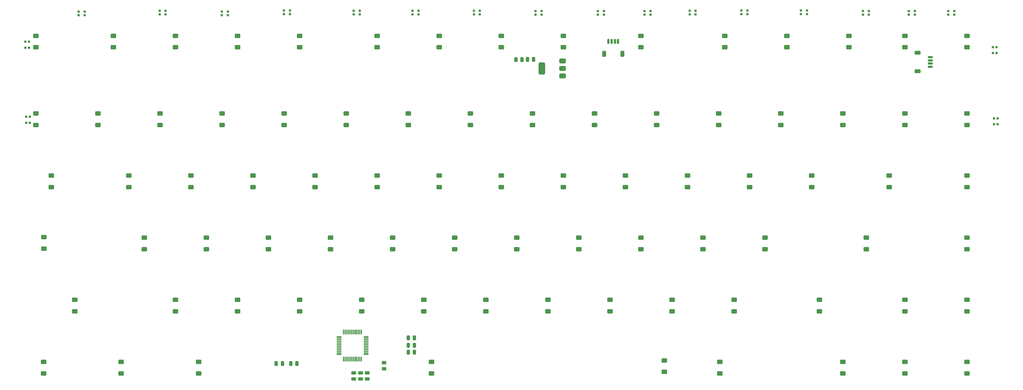
<source format=gbr>
%TF.GenerationSoftware,KiCad,Pcbnew,8.99.0-2641-g1a24c99a2a*%
%TF.CreationDate,2024-10-13T14:16:57+07:00*%
%TF.ProjectId,75\u0025,3735252e-6b69-4636-9164-5f7063625858,rev?*%
%TF.SameCoordinates,Original*%
%TF.FileFunction,Paste,Bot*%
%TF.FilePolarity,Positive*%
%FSLAX46Y46*%
G04 Gerber Fmt 4.6, Leading zero omitted, Abs format (unit mm)*
G04 Created by KiCad (PCBNEW 8.99.0-2641-g1a24c99a2a) date 2024-10-13 14:16:57*
%MOMM*%
%LPD*%
G01*
G04 APERTURE LIST*
G04 Aperture macros list*
%AMRoundRect*
0 Rectangle with rounded corners*
0 $1 Rounding radius*
0 $2 $3 $4 $5 $6 $7 $8 $9 X,Y pos of 4 corners*
0 Add a 4 corners polygon primitive as box body*
4,1,4,$2,$3,$4,$5,$6,$7,$8,$9,$2,$3,0*
0 Add four circle primitives for the rounded corners*
1,1,$1+$1,$2,$3*
1,1,$1+$1,$4,$5*
1,1,$1+$1,$6,$7*
1,1,$1+$1,$8,$9*
0 Add four rect primitives between the rounded corners*
20,1,$1+$1,$2,$3,$4,$5,0*
20,1,$1+$1,$4,$5,$6,$7,0*
20,1,$1+$1,$6,$7,$8,$9,0*
20,1,$1+$1,$8,$9,$2,$3,0*%
G04 Aperture macros list end*
%ADD10RoundRect,0.250000X0.600000X-0.400000X0.600000X0.400000X-0.600000X0.400000X-0.600000X-0.400000X0*%
%ADD11RoundRect,0.250000X0.250000X0.475000X-0.250000X0.475000X-0.250000X-0.475000X0.250000X-0.475000X0*%
%ADD12R,0.700000X0.700000*%
%ADD13RoundRect,0.250000X-0.450000X0.262500X-0.450000X-0.262500X0.450000X-0.262500X0.450000X0.262500X0*%
%ADD14RoundRect,0.375000X0.625000X0.375000X-0.625000X0.375000X-0.625000X-0.375000X0.625000X-0.375000X0*%
%ADD15RoundRect,0.500000X0.500000X1.400000X-0.500000X1.400000X-0.500000X-1.400000X0.500000X-1.400000X0*%
%ADD16RoundRect,0.150000X0.150000X0.625000X-0.150000X0.625000X-0.150000X-0.625000X0.150000X-0.625000X0*%
%ADD17RoundRect,0.250000X0.350000X0.650000X-0.350000X0.650000X-0.350000X-0.650000X0.350000X-0.650000X0*%
%ADD18RoundRect,0.250000X0.475000X-0.250000X0.475000X0.250000X-0.475000X0.250000X-0.475000X-0.250000X0*%
%ADD19RoundRect,0.075000X0.662500X0.075000X-0.662500X0.075000X-0.662500X-0.075000X0.662500X-0.075000X0*%
%ADD20RoundRect,0.075000X0.075000X0.662500X-0.075000X0.662500X-0.075000X-0.662500X0.075000X-0.662500X0*%
%ADD21RoundRect,0.150000X0.625000X-0.150000X0.625000X0.150000X-0.625000X0.150000X-0.625000X-0.150000X0*%
%ADD22RoundRect,0.250000X0.650000X-0.350000X0.650000X0.350000X-0.650000X0.350000X-0.650000X-0.350000X0*%
G04 APERTURE END LIST*
D10*
%TO.C,D50*%
X382987500Y149587500D03*
X382987500Y153087500D03*
%TD*%
%TO.C,D8*%
X435375000Y211500000D03*
X435375000Y215000000D03*
%TD*%
%TO.C,D42*%
X511575000Y168637500D03*
X511575000Y172137500D03*
%TD*%
%TO.C,D56*%
X497287500Y149587500D03*
X497287500Y153087500D03*
%TD*%
%TO.C,D29*%
X540150000Y187687500D03*
X540150000Y191187500D03*
%TD*%
%TO.C,D41*%
X492525000Y168637500D03*
X492525000Y172137500D03*
%TD*%
%TO.C,D77*%
X318693500Y111487500D03*
X318693500Y114987500D03*
%TD*%
%TO.C,D37*%
X416325000Y168637500D03*
X416325000Y172137500D03*
%TD*%
%TO.C,D52*%
X421087500Y149587500D03*
X421087500Y153087500D03*
%TD*%
D11*
%TO.C,C9*%
X441738095Y207756447D03*
X439838095Y207756447D03*
%TD*%
D12*
%TO.C,Drgb4*%
X447723947Y222583553D03*
X447723947Y221483553D03*
X445893947Y221483553D03*
X445893947Y222583553D03*
%TD*%
%TO.C,Drgb7*%
X495003947Y222693553D03*
X495003947Y221593553D03*
X493173947Y221593553D03*
X493173947Y222693553D03*
%TD*%
D11*
%TO.C,C4*%
X445269148Y207800000D03*
X443369148Y207800000D03*
%TD*%
D10*
%TO.C,D31*%
X297263000Y168637500D03*
X297263000Y172137500D03*
%TD*%
%TO.C,D86*%
X502400000Y111487500D03*
X502400000Y114987500D03*
%TD*%
%TO.C,D12*%
X523000000Y211500000D03*
X523000000Y215000000D03*
%TD*%
D11*
%TO.C,C5*%
X372650000Y114500000D03*
X370750000Y114500000D03*
%TD*%
D12*
%TO.C,Drgb1*%
X391913947Y222673553D03*
X391913947Y221573553D03*
X390083947Y221573553D03*
X390083947Y222673553D03*
%TD*%
D10*
%TO.C,D53*%
X440137500Y149587500D03*
X440137500Y153087500D03*
%TD*%
%TO.C,D87*%
X559200000Y187687500D03*
X559200000Y191187500D03*
%TD*%
%TO.C,D17*%
X311550000Y187687500D03*
X311550000Y191187500D03*
%TD*%
%TO.C,D66*%
X411562500Y130537500D03*
X411562500Y134037500D03*
%TD*%
%TO.C,D30*%
X578250000Y187687500D03*
X578250000Y191187500D03*
%TD*%
%TO.C,D14*%
X559200000Y211500000D03*
X559200000Y215000000D03*
%TD*%
%TO.C,D9*%
X454425000Y211500000D03*
X454425000Y215000000D03*
%TD*%
%TO.C,D43*%
X530625000Y168637500D03*
X530625000Y172137500D03*
%TD*%
%TO.C,D23*%
X425850000Y187687500D03*
X425850000Y191187500D03*
%TD*%
%TO.C,D89*%
X559200000Y111487500D03*
X559200000Y114987500D03*
%TD*%
D13*
%TO.C,R1*%
X399400000Y114712500D03*
X399400000Y112887500D03*
%TD*%
D10*
%TO.C,D32*%
X321075000Y168637500D03*
X321075000Y172137500D03*
%TD*%
%TO.C,D24*%
X444900000Y187687500D03*
X444900000Y191187500D03*
%TD*%
%TO.C,D4*%
X354412500Y211500000D03*
X354412500Y215000000D03*
%TD*%
%TO.C,D28*%
X521100000Y187687500D03*
X521100000Y191187500D03*
%TD*%
%TO.C,D19*%
X349650000Y187687500D03*
X349650000Y191187500D03*
%TD*%
%TO.C,D47*%
X325837500Y149587500D03*
X325837500Y153087500D03*
%TD*%
%TO.C,D1*%
X292500000Y211500000D03*
X292500000Y215000000D03*
%TD*%
D14*
%TO.C,U7*%
X454150000Y207300000D03*
X454150000Y205000000D03*
D15*
X447850000Y205000000D03*
D14*
X454150000Y202700000D03*
%TD*%
D12*
%TO.C,rgb6*%
X370473947Y222753553D03*
X370473947Y221653553D03*
X368643947Y221653553D03*
X368643947Y222753553D03*
%TD*%
D10*
%TO.C,D34*%
X359175000Y168637500D03*
X359175000Y172137500D03*
%TD*%
D16*
%TO.C,J5*%
X471218947Y213333553D03*
X470218947Y213333553D03*
X469218947Y213333553D03*
X468218947Y213333553D03*
D17*
X472518947Y209458553D03*
X466918947Y209458553D03*
%TD*%
D10*
%TO.C,D20*%
X368700000Y187687500D03*
X368700000Y191187500D03*
%TD*%
%TO.C,D76*%
X294881000Y111487500D03*
X294881000Y114987500D03*
%TD*%
%TO.C,D55*%
X478237500Y149587500D03*
X478237500Y153087500D03*
%TD*%
%TO.C,D72*%
X533006500Y130537500D03*
X533006500Y134037500D03*
%TD*%
%TO.C,D75*%
X578250000Y130537500D03*
X578250000Y134037500D03*
%TD*%
%TO.C,D6*%
X397275000Y211500000D03*
X397275000Y215000000D03*
%TD*%
D12*
%TO.C,Drgb14*%
X587678947Y187883553D03*
X586578947Y187883553D03*
X586578947Y189713553D03*
X587678947Y189713553D03*
%TD*%
D10*
%TO.C,D11*%
X503950000Y211500000D03*
X503950000Y215000000D03*
%TD*%
D12*
%TO.C,Drgb2*%
X409923947Y222723553D03*
X409923947Y221623553D03*
X408093947Y221623553D03*
X408093947Y222723553D03*
%TD*%
D18*
%TO.C,C6*%
X394182894Y109718947D03*
X394182894Y111618947D03*
%TD*%
D10*
%TO.C,D71*%
X506812500Y130537500D03*
X506812500Y134037500D03*
%TD*%
%TO.C,D26*%
X483000000Y187687500D03*
X483000000Y191187500D03*
%TD*%
D19*
%TO.C,U3*%
X393862500Y122750000D03*
X393862500Y122250000D03*
X393862500Y121750000D03*
X393862500Y121250000D03*
X393862500Y120750000D03*
X393862500Y120250000D03*
X393862500Y119750000D03*
X393862500Y119250000D03*
X393862500Y118750000D03*
X393862500Y118250000D03*
X393862500Y117750000D03*
X393862500Y117250000D03*
D20*
X392450000Y115837500D03*
X391950000Y115837500D03*
X391450000Y115837500D03*
X390950000Y115837500D03*
X390450000Y115837500D03*
X389950000Y115837500D03*
X389450000Y115837500D03*
X388950000Y115837500D03*
X388450000Y115837500D03*
X387950000Y115837500D03*
X387450000Y115837500D03*
X386950000Y115837500D03*
D19*
X385537500Y117250000D03*
X385537500Y117750000D03*
X385537500Y118250000D03*
X385537500Y118750000D03*
X385537500Y119250000D03*
X385537500Y119750000D03*
X385537500Y120250000D03*
X385537500Y120750000D03*
X385537500Y121250000D03*
X385537500Y121750000D03*
X385537500Y122250000D03*
X385537500Y122750000D03*
D20*
X386950000Y124162500D03*
X387450000Y124162500D03*
X387950000Y124162500D03*
X388450000Y124162500D03*
X388950000Y124162500D03*
X389450000Y124162500D03*
X389950000Y124162500D03*
X390450000Y124162500D03*
X390950000Y124162500D03*
X391450000Y124162500D03*
X391950000Y124162500D03*
X392450000Y124162500D03*
%TD*%
D10*
%TO.C,D78*%
X342506000Y111487500D03*
X342506000Y114987500D03*
%TD*%
%TO.C,D57*%
X516337500Y149587500D03*
X516337500Y153087500D03*
%TD*%
%TO.C,D88*%
X540150000Y111487500D03*
X540150000Y114987500D03*
%TD*%
D21*
%TO.C,J7*%
X567000000Y205500000D03*
X567000000Y206500000D03*
X567000000Y207500000D03*
X567000000Y208500000D03*
D22*
X563125000Y204200000D03*
X563125000Y209800000D03*
%TD*%
D10*
%TO.C,D21*%
X387750000Y187687500D03*
X387750000Y191187500D03*
%TD*%
%TO.C,D40*%
X473475000Y168637500D03*
X473475000Y172137500D03*
%TD*%
%TO.C,D45*%
X578250000Y168637500D03*
X578250000Y172137500D03*
%TD*%
D12*
%TO.C,rgb5*%
X351428947Y222483553D03*
X351428947Y221383553D03*
X349598947Y221383553D03*
X349598947Y222483553D03*
%TD*%
D10*
%TO.C,D10*%
X478237500Y211500000D03*
X478237500Y215000000D03*
%TD*%
%TO.C,D46*%
X295000000Y149750000D03*
X295000000Y153250000D03*
%TD*%
%TO.C,D2*%
X316312500Y211500000D03*
X316312500Y215000000D03*
%TD*%
D12*
%TO.C,rgb4*%
X332363947Y222703553D03*
X332363947Y221603553D03*
X330533947Y221603553D03*
X330533947Y222703553D03*
%TD*%
D18*
%TO.C,C8*%
X390100000Y109737894D03*
X390100000Y111637894D03*
%TD*%
D10*
%TO.C,D85*%
X485400000Y111950000D03*
X485400000Y115450000D03*
%TD*%
%TO.C,D58*%
X547368100Y149587500D03*
X547368100Y153087500D03*
%TD*%
%TO.C,D49*%
X363937500Y149587500D03*
X363937500Y153087500D03*
%TD*%
D12*
%TO.C,Drgb11*%
X562278947Y222633553D03*
X562278947Y221533553D03*
X560448947Y221533553D03*
X560448947Y222633553D03*
%TD*%
D10*
%TO.C,D36*%
X397275000Y168637500D03*
X397275000Y172137500D03*
%TD*%
%TO.C,D54*%
X459187500Y149587500D03*
X459187500Y153087500D03*
%TD*%
%TO.C,D64*%
X373462500Y130537500D03*
X373462500Y134037500D03*
%TD*%
D11*
%TO.C,C2*%
X408700000Y120046447D03*
X406800000Y120046447D03*
%TD*%
D10*
%TO.C,D62*%
X335362500Y130537500D03*
X335362500Y134037500D03*
%TD*%
D12*
%TO.C,rgb3*%
X307513947Y222473553D03*
X307513947Y221373553D03*
X305683947Y221373553D03*
X305683947Y222473553D03*
%TD*%
D10*
%TO.C,D35*%
X378225000Y168637500D03*
X378225000Y172137500D03*
%TD*%
D12*
%TO.C,Drgb3*%
X428793947Y222663553D03*
X428793947Y221563553D03*
X426963947Y221563553D03*
X426963947Y222663553D03*
%TD*%
D10*
%TO.C,D90*%
X578250000Y111487500D03*
X578250000Y114987500D03*
%TD*%
%TO.C,D25*%
X463950000Y187687500D03*
X463950000Y191187500D03*
%TD*%
%TO.C,D60*%
X578250000Y149587500D03*
X578250000Y153087500D03*
%TD*%
%TO.C,D48*%
X344887500Y149587500D03*
X344887500Y153087500D03*
%TD*%
D18*
%TO.C,C7*%
X392146447Y109718947D03*
X392146447Y111618947D03*
%TD*%
D12*
%TO.C,Drgb9*%
X529148947Y222823553D03*
X529148947Y221723553D03*
X527318947Y221723553D03*
X527318947Y222823553D03*
%TD*%
D10*
%TO.C,D15*%
X578250000Y211500000D03*
X578250000Y215000000D03*
%TD*%
%TO.C,D73*%
X559200000Y130537500D03*
X559200000Y134037500D03*
%TD*%
%TO.C,D13*%
X542050000Y211500000D03*
X542050000Y215000000D03*
%TD*%
%TO.C,D18*%
X330600000Y187687500D03*
X330600000Y191187500D03*
%TD*%
%TO.C,D39*%
X454425000Y168637500D03*
X454425000Y172137500D03*
%TD*%
%TO.C,D67*%
X430612500Y130537500D03*
X430612500Y134037500D03*
%TD*%
%TO.C,D5*%
X373462500Y211500000D03*
X373462500Y215000000D03*
%TD*%
%TO.C,D38*%
X435375000Y168637500D03*
X435375000Y172137500D03*
%TD*%
%TO.C,D69*%
X468712500Y130537500D03*
X468712500Y134037500D03*
%TD*%
%TO.C,D51*%
X402037500Y149587500D03*
X402037500Y153087500D03*
%TD*%
%TO.C,D33*%
X340125000Y168637500D03*
X340125000Y172137500D03*
%TD*%
%TO.C,D22*%
X406800000Y187687500D03*
X406800000Y191187500D03*
%TD*%
D12*
%TO.C,Drgb12*%
X574368947Y222643553D03*
X574368947Y221543553D03*
X572538947Y221543553D03*
X572538947Y222643553D03*
%TD*%
D10*
%TO.C,D61*%
X304480600Y130537500D03*
X304480600Y134037500D03*
%TD*%
D11*
%TO.C,C3*%
X408700000Y118000000D03*
X406800000Y118000000D03*
%TD*%
D10*
%TO.C,D65*%
X392512500Y130537500D03*
X392512500Y134037500D03*
%TD*%
D12*
%TO.C,rgb1*%
X289528947Y190158553D03*
X290628947Y190158553D03*
X290628947Y188328553D03*
X289528947Y188328553D03*
%TD*%
%TO.C,rgb2*%
X289350000Y213208553D03*
X290450000Y213208553D03*
X290450000Y211378553D03*
X289350000Y211378553D03*
%TD*%
D10*
%TO.C,D63*%
X354412500Y130537500D03*
X354412500Y134037500D03*
%TD*%
D12*
%TO.C,Drgb10*%
X548163947Y222603553D03*
X548163947Y221503553D03*
X546333947Y221503553D03*
X546333947Y222603553D03*
%TD*%
D10*
%TO.C,D7*%
X416325000Y211500000D03*
X416325000Y215000000D03*
%TD*%
D12*
%TO.C,Drgb6*%
X481158947Y222653553D03*
X481158947Y221553553D03*
X479328947Y221553553D03*
X479328947Y222653553D03*
%TD*%
%TO.C,Drgb5*%
X466838947Y222603553D03*
X466838947Y221503553D03*
X465008947Y221503553D03*
X465008947Y222603553D03*
%TD*%
D11*
%TO.C,C1*%
X408700000Y122400000D03*
X406800000Y122400000D03*
%TD*%
D10*
%TO.C,D3*%
X335362500Y211500000D03*
X335362500Y215000000D03*
%TD*%
D12*
%TO.C,Drgb8*%
X510878947Y222783553D03*
X510878947Y221683553D03*
X509048947Y221683553D03*
X509048947Y222783553D03*
%TD*%
D10*
%TO.C,D70*%
X487762500Y130537500D03*
X487762500Y134037500D03*
%TD*%
D11*
%TO.C,C10*%
X368200000Y114500000D03*
X366300000Y114500000D03*
%TD*%
D10*
%TO.C,D27*%
X502050000Y187687500D03*
X502050000Y191187500D03*
%TD*%
%TO.C,D82*%
X413943500Y111487500D03*
X413943500Y114987500D03*
%TD*%
%TO.C,D16*%
X292500000Y187687500D03*
X292500000Y191187500D03*
%TD*%
D12*
%TO.C,Drgb13*%
X587368947Y209718553D03*
X586268947Y209718553D03*
X586268947Y211548553D03*
X587368947Y211548553D03*
%TD*%
D10*
%TO.C,D68*%
X449662500Y130537500D03*
X449662500Y134037500D03*
%TD*%
%TO.C,D44*%
X554438000Y168637500D03*
X554438000Y172137500D03*
%TD*%
M02*

</source>
